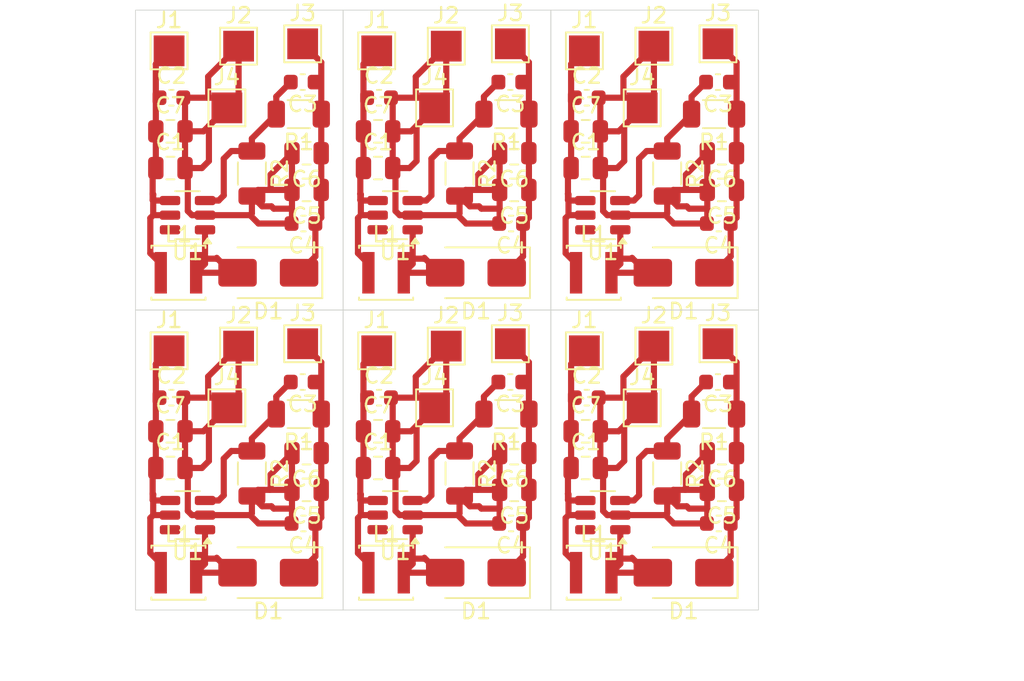
<source format=kicad_pcb>
(kicad_pcb (version 20240108) (generator "pcbnew") (generator_version "8.0")
  (layers (0 "F.Cu" signal) (31 "B.Cu" signal) (34 "B.Paste" user) (35 "F.Paste" user) (36 "B.SilkS" user "B.Silkscreen") (37 "F.SilkS" user "F.Silkscreen") (38 "B.Mask" user) (39 "F.Mask" user) (44 "Edge.Cuts" user))
  (net 0 "")
  (net 1 "GND")
  (net 2 "+3.3V")
  (net 3 "+5V")
  (net 4 "Net-(U1-FB)")
  (net 5 "Net-(D1-A)")
  (footprint "Capacitor_SMD:C_0603_1608Metric" (layer "F.Cu") (at 154.3684 100.6784 180)
    (property "Reference" "C3")
    (property "Value" "100n")
  )
  (footprint "Diode_SMD:D_SMA" (layer "F.Cu") (at 165.6332 93.5736 180)
    (property "Reference" "D1")
    (property "Value" "D_Schottky")
  )
  (footprint "Resistor_SMD:R_1206_3216Metric" (layer "F.Cu") (at 167.6144 83.2612 180)
    (property "Reference" "R1")
    (property "Value" "11k")
  )
  (footprint "Capacitor_SMD:C_0805_2012Metric" (layer "F.Cu") (at 141.1224 105.3012 180)
    (property "Reference" "C6")
    (property "Value" "4u7")
  )
  (footprint "Resistor_SMD:R_1206_3216Metric" (layer "F.Cu") (at 154.1144 83.2612 180)
    (property "Reference" "R1")
    (property "Value" "11k")
  )
  (footprint "Package_TO_SOT_SMD:SOT-23-6" (layer "F.Cu") (at 146.8809 89.8296 180)
    (property "Reference" "U1")
    (property "Value" "MT3608")
  )
  (footprint "Capacitor_SMD:C_0805_2012Metric" (layer "F.Cu") (at 132.2702 106.2664)
    (property "Reference" "C1")
    (property "Value" "4u7")
  )
  (footprint "TestPoint:TestPoint_Pad_2.0x2.0mm" (layer "F.Cu") (at 135.9408 82.8548)
    (property "Reference" "J4")
    (property "Value" "Conn_01x01_Pin")
  )
  (footprint "TestPoint:TestPoint_Pad_2.0x2.0mm" (layer "F.Cu") (at 135.9408 102.3548)
    (property "Reference" "J4")
    (property "Value" "Conn_01x01_Pin")
  )
  (footprint "Package_TO_SOT_SMD:SOT-23-6" (layer "F.Cu") (at 133.3809 89.8296 180)
    (property "Reference" "U1")
    (property "Value" "MT3608")
  )
  (footprint "Capacitor_SMD:C_0805_2012Metric" (layer "F.Cu") (at 141.1224 85.8012 180)
    (property "Reference" "C6")
    (property "Value" "4u7")
  )
  (footprint "Capacitor_SMD:C_0805_2012Metric" (layer "F.Cu") (at 132.2702 86.7664)
    (property "Reference" "C1")
    (property "Value" "4u7")
  )
  (footprint "Capacitor_SMD:C_0603_1608Metric" (layer "F.Cu") (at 132.334 101.6944)
    (property "Reference" "C2")
    (property "Value" "100n")
  )
  (footprint "Capacitor_SMD:C_0603_1608Metric" (layer "F.Cu") (at 140.8684 81.1784 180)
    (property "Reference" "C3")
    (property "Value" "100n")
  )
  (footprint "Capacitor_SMD:C_0603_1608Metric" (layer "F.Cu") (at 154.4192 109.8732 180)
    (property "Reference" "C4")
    (property "Value" "100n")
  )
  (footprint "Capacitor_SMD:C_0603_1608Metric" (layer "F.Cu") (at 167.8684 81.1784 180)
    (property "Reference" "C3")
    (property "Value" "100n")
  )
  (footprint "Capacitor_SMD:C_0805_2012Metric" (layer "F.Cu") (at 154.6224 88.1888 180)
    (property "Reference" "C5")
    (property "Value" "4u7")
  )
  (footprint "Capacitor_SMD:C_0805_2012Metric" (layer "F.Cu") (at 145.7702 86.7664)
    (property "Reference" "C1")
    (property "Value" "4u7")
  )
  (footprint "Capacitor_SMD:C_0603_1608Metric" (layer "F.Cu") (at 154.3684 81.1784 180)
    (property "Reference" "C3")
    (property "Value" "100n")
  )
  (footprint "Capacitor_SMD:C_0805_2012Metric" (layer "F.Cu") (at 168.1224 105.3012 180)
    (property "Reference" "C6")
    (property "Value" "4u7")
  )
  (footprint "TestPoint:TestPoint_Pad_2.0x2.0mm" (layer "F.Cu") (at 149.4408 82.8548)
    (property "Reference" "J4")
    (property "Value" "Conn_01x01_Pin")
  )
  (footprint "Capacitor_SMD:C_0603_1608Metric" (layer "F.Cu") (at 140.9192 109.8732 180)
    (property "Reference" "C4")
    (property "Value" "100n")
  )
  (footprint "TestPoint:TestPoint_Pad_2.0x2.0mm" (layer "F.Cu") (at 145.6816 79.1464)
    (property "Reference" "J1")
    (property "Value" "Conn_01x01_Pin")
  )
  (footprint "Inductor_SMD:L_Changjiang_FNR3015S" (layer "F.Cu") (at 146.2912 93.5736)
    (property "Reference" "L1")
    (property "Value" "4u7, 1A, VLS3015CX-4R7M-1")
  )
  (footprint "Resistor_SMD:R_1206_3216Metric" (layer "F.Cu") (at 140.6144 83.2612 180)
    (property "Reference" "R1")
    (property "Value" "11k")
  )
  (footprint "Capacitor_SMD:C_0805_2012Metric" (layer "F.Cu") (at 132.2702 84.3788)
    (property "Reference" "C7")
    (property "Value" "4u7")
  )
  (footprint "Capacitor_SMD:C_0805_2012Metric" (layer "F.Cu") (at 159.2702 103.8788)
    (property "Reference" "C7")
    (property "Value" "4u7")
  )
  (footprint "TestPoint:TestPoint_Pad_2.0x2.0mm" (layer "F.Cu") (at 145.6816 98.6464)
    (property "Reference" "J1")
    (property "Value" "Conn_01x01_Pin")
  )
  (footprint "Diode_SMD:D_SMA" (layer "F.Cu") (at 165.6332 113.0736 180)
    (property "Reference" "D1")
    (property "Value" "D_Schottky")
  )
  (footprint "TestPoint:TestPoint_Pad_2.0x2.0mm" (layer "F.Cu") (at 140.8684 78.6892)
    (property "Reference" "J3")
    (property "Value" "Conn_01x01_Pin")
  )
  (footprint "Inductor_SMD:L_Changjiang_FNR3015S" (layer "F.Cu") (at 132.7912 93.5736)
    (property "Reference" "L1")
    (property "Value" "4u7, 1A, VLS3015CX-4R7M-1")
  )
  (footprint "TestPoint:TestPoint_Pad_2.0x2.0mm" (layer "F.Cu") (at 150.2028 98.3416)
    (property "Reference" "J2")
    (property "Value" "Conn_01x01_Pin")
  )
  (footprint "Capacitor_SMD:C_0603_1608Metric" (layer "F.Cu") (at 145.834 101.6944)
    (property "Reference" "C2")
    (property "Value" "100n")
  )
  (footprint "TestPoint:TestPoint_Pad_2.0x2.0mm" (layer "F.Cu") (at 162.9408 82.8548)
    (property "Reference" "J4")
    (property "Value" "Conn_01x01_Pin")
  )
  (footprint "Capacitor_SMD:C_0603_1608Metric" (layer "F.Cu") (at 159.334 82.1944)
    (property "Reference" "C2")
    (property "Value" "100n")
  )
  (footprint "TestPoint:TestPoint_Pad_2.0x2.0mm" (layer "F.Cu") (at 163.7028 98.3416)
    (property "Reference" "J2")
    (property "Value" "Conn_01x01_Pin")
  )
  (footprint "Inductor_SMD:L_Changjiang_FNR3015S" (layer "F.Cu") (at 159.7912 113.0736)
    (property "Reference" "L1")
    (property "Value" "4u7, 1A, VLS3015CX-4R7M-1")
  )
  (footprint "Capacitor_SMD:C_0805_2012Metric" (layer "F.Cu") (at 132.2702 103.8788)
    (property "Reference" "C7")
    (property "Value" "4u7")
  )
  (footprint "Capacitor_SMD:C_0805_2012Metric" (layer "F.Cu") (at 159.2702 106.2664)
    (property "Reference" "C1")
    (property "Value" "4u7")
  )
  (footprint "Capacitor_SMD:C_0805_2012Metric" (layer "F.Cu") (at 168.1224 107.6888 180)
    (property "Reference" "C5")
    (property "Value" "4u7")
  )
  (footprint "Capacitor_SMD:C_0805_2012Metric" (layer "F.Cu") (at 145.7702 106.2664)
    (property "Reference" "C1")
    (property "Value" "4u7")
  )
  (footprint "TestPoint:TestPoint_Pad_2.0x2.0mm" (layer "F.Cu") (at 159.1816 98.6464)
    (property "Reference" "J1")
    (property "Value" "Conn_01x01_Pin")
  )
  (footprint "Capacitor_SMD:C_0805_2012Metric" (layer "F.Cu") (at 168.1224 88.1888 180)
    (property "Reference" "C5")
    (property "Value" "4u7")
  )
  (footprint "Diode_SMD:D_SMA" (layer "F.Cu") (at 152.1332 113.0736 180)
    (property "Reference" "D1")
    (property "Value" "D_Schottky")
  )
  (footprint "Diode_SMD:D_SMA" (layer "F.Cu") (at 138.6332 93.5736 180)
    (property "Reference" "D1")
    (property "Value" "D_Schottky")
  )
  (footprint "Resistor_SMD:R_1206_3216Metric" (layer "F.Cu") (at 137.5664 106.622 -90)
    (property "Reference" "R2")
    (property "Value" "1k5")
  )
  (footprint "Capacitor_SMD:C_0603_1608Metric" (layer "F.Cu") (at 145.834 82.1944)
    (property "Reference" "C2")
    (property "Value" "100n")
  )
  (footprint "Capacitor_SMD:C_0805_2012Metric" (layer "F.Cu") (at 159.2702 84.3788)
    (property "Reference" "C7")
    (property "Value" "4u7")
  )
  (footprint "Inductor_SMD:L_Changjiang_FNR3015S" (layer "F.Cu") (at 159.7912 93.5736)
    (property "Reference" "L1")
    (property "Value" "4u7, 1A, VLS3015CX-4R7M-1")
  )
  (footprint "TestPoint:TestPoint_Pad_2.0x2.0mm" (layer "F.Cu") (at 154.3684 78.6892)
    (property "Reference" "J3")
    (property "Value" "Conn_01x01_Pin")
  )
  (footprint "Capacitor_SMD:C_0603_1608Metric" (layer "F.Cu") (at 140.9192 90.3732 180)
    (property "Reference" "C4")
    (property "Value" "100n")
  )
  (footprint "Capacitor_SMD:C_0603_1608Metric" (layer "F.Cu") (at 140.8684 100.6784 180)
    (property "Reference" "C3")
    (property "Value" "100n")
  )
  (footprint "Resistor_SMD:R_1206_3216Metric" (layer "F.Cu") (at 140.6144 102.7612 180)
    (property "Reference" "R1")
    (property "Value" "11k")
  )
  (footprint "Inductor_SMD:L_Changjiang_FNR3015S" (layer "F.Cu") (at 146.2912 113.0736)
    (property "Reference" "L1")
    (property "Value" "4u7, 1A, VLS3015CX-4R7M-1")
  )
  (footprint "Resistor_SMD:R_1206_3216Metric" (layer "F.Cu") (at 164.5664 106.622 -90)
    (property "Reference" "R2")
    (property "Value" "1k5")
  )
  (footprint "Diode_SMD:D_SMA" (layer "F.Cu") (at 152.1332 93.5736 180)
    (property "Reference" "D1")
    (property "Value" "D_Schottky")
  )
  (footprint "TestPoint:TestPoint_Pad_2.0x2.0mm" (layer "F.Cu") (at 132.1816 79.1464)
    (property "Reference" "J1")
    (property "Value" "Conn_01x01_Pin")
  )
  (footprint "Capacitor_SMD:C_0603_1608Metric" (layer "F.Cu") (at 154.4192 90.3732 180)
    (property "Reference" "C4")
    (property "Value" "100n")
  )
  (footprint "Capacitor_SMD:C_0805_2012Metric" (layer "F.Cu") (at 141.1224 107.6888 180)
    (property "Reference" "C5")
    (property "Value" "4u7")
  )
  (footprint "TestPoint:TestPoint_Pad_2.0x2.0mm" (layer "F.Cu") (at 154.3684 98.1892)
    (property "Reference" "J3")
    (property "Value" "Conn_01x01_Pin")
  )
  (footprint "Package_TO_SOT_SMD:SOT-23-6" (layer "F.Cu") (at 146.8809 109.3296 180)
    (property "Reference" "U1")
    (property "Value" "MT3608")
  )
  (footprint "Package_TO_SOT_SMD:SOT-23-6" (layer "F.Cu") (at 133.3809 109.3296 180)
    (property "Reference" "U1")
    (property "Value" "MT3608")
  )
  (footprint "Capacitor_SMD:C_0603_1608Metric" (layer "F.Cu") (at 167.9192 90.3732 180)
    (property "Reference" "C4")
    (property "Value" "100n")
  )
  (footprint "TestPoint:TestPoint_Pad_2.0x2.0mm" (layer "F.Cu") (at 167.8684 78.6892)
    (property "Reference" "J3")
    (property "Value" "Conn_01x01_Pin")
  )
  (footprint "TestPoint:TestPoint_Pad_2.0x2.0mm" (layer "F.Cu") (at 149.4408 102.3548)
    (property "Reference" "J4")
    (property "Value" "Conn_01x01_Pin")
  )
  (footprint "Diode_SMD:D_SMA" (layer "F.Cu") (at 138.6332 113.0736 180)
    (property "Reference" "D1")
    (property "Value" "D_Schottky")
  )
  (footprint "Capacitor_SMD:C_0603_1608Metric" (layer "F.Cu") (at 167.8684 100.6784 180)
    (property "Reference" "C3")
    (property "Value" "100n")
  )
  (footprint "Resistor_SMD:R_1206_3216Metric" (layer "F.Cu") (at 167.6144 102.7612 180)
    (property "Reference" "R1")
    (property "Value" "11k")
  )
  (footprint "TestPoint:TestPoint_Pad_2.0x2.0mm" (layer "F.Cu") (at 163.7028 78.8416)
    (property "Reference" "J2")
    (property "Value" "Conn_01x01_Pin")
  )
  (footprint "Inductor_SMD:L_Changjiang_FNR3015S" (layer "F.Cu") (at 132.7912 113.0736)
    (property "Reference" "L1")
    (property "Value" "4u7, 1A, VLS3015CX-4R7M-1")
  )
  (footprint "Capacitor_SMD:C_0805_2012Metric" (layer "F.Cu") (at 159.2702 86.7664)
    (property "Reference" "C1")
    (property "Value" "4u7")
  )
  (footprint "Capacitor_SMD:C_0805_2012Metric" (layer "F.Cu") (at 154.6224 107.6888 180)
    (property "Reference" "C5")
    (property "Value" "4u7")
  )
  (footprint "TestPoint:TestPoint_Pad_2.0x2.0mm" (layer "F.Cu") (at 150.2028 78.8416)
    (property "Reference" "J2")
    (property "Value" "Conn_01x01_Pin")
  )
  (footprint "Resistor_SMD:R_1206_3216Metric" (layer "F.Cu") (at 151.0664 106.622 -90)
    (property "Reference" "R2")
    (property "Value" "1k5")
  )
  (footprint "Capacitor_SMD:C_0603_1608Metric" (layer "F.Cu") (at 167.9192 109.8732 180)
    (property "Reference" "C4")
    (property "Value" "100n")
  )
  (footprint "Capacitor_SMD:C_0805_2012Metric" (layer "F.Cu") (at 141.1224 88.1888 180)
    (property "Reference" "C5")
    (property "Value" "4u7")
  )
  (footprint "Capacitor_SMD:C_0805_2012Metric" (layer "F.Cu") (at 145.7702 84.3788)
    (property "Reference" "C7")
    (property "Value" "4u7")
  )
  (footprint "TestPoint:TestPoint_Pad_2.0x2.0mm" (layer "F.Cu") (at 167.8684 98.1892)
    (property "Reference" "J3")
    (property "Value" "Conn_01x01_Pin")
  )
  (footprint "Capacitor_SMD:C_0805_2012Metric" (layer "F.Cu") (at 154.6224 85.8012 180)
    (property "Reference" "C6")
    (property "Value" "4u7")
  )
  (footprint "TestPoint:TestPoint_Pad_2.0x2.0mm" (layer "F.Cu") (at 132.1816 98.6464)
    (property "Reference" "J1")
    (property "Value" "Conn_01x01_Pin")
  )
  (footprint "Package_TO_SOT_SMD:SOT-23-6" (layer "F.Cu") (at 160.3809 89.8296 180)
    (property "Reference" "U1")
    (property "Value" "MT3608")
  )
  (footprint "Capacitor_SMD:C_0805_2012Metric" (layer "F.Cu") (at 168.1224 85.8012 180)
    (property "Reference" "C6")
    (property "Value" "4u7")
  )
  (footprint "TestPoint:TestPoint_Pad_2.0x2.0mm" (layer "F.Cu") (at 140.8684 98.1892)
    (property "Reference" "J3")
    (property "Value" "Conn_01x01_Pin")
  )
  (footprint "Resistor_SMD:R_1206_3216Metric" (layer "F.Cu") (at 154.1144 102.7612 180)
    (property "Reference" "R1")
    (property "Value" "11k")
  )
  (footprint "Resistor_SMD:R_1206_3216Metric" (layer "F.Cu") (at 151.0664 87.122 -90)
    (property "Reference" "R2")
    (property "Value" "1k5")
  )
  (footprint "Resistor_SMD:R_1206_3216Metric" (layer "F.Cu") (at 137.5664 87.122 -90)
    (property "Reference" "R2")
    (property "Value" "1k5")
  )
  (footprint "TestPoint:TestPoint_Pad_2.0x2.0mm" (layer "F.Cu") (at 136.7028 78.8416)
    (property "Reference" "J2")
    (property "Value" "Conn_01x01_Pin")
  )
  (footprint "TestPoint:TestPoint_Pad_2.0x2.0mm" (layer "F.Cu") (at 159.1816 79.1464)
    (property "Reference" "J1")
    (property "Value" "Conn_01x01_Pin")
  )
  (footprint "Capacitor_SMD:C_0805_2012Metric" (layer "F.Cu") (at 145.7702 103.8788)
    (property "Reference" "C7")
    (property "Value" "4u7")
  )
  (footprint "Capacitor_SMD:C_0603_1608Metric" (layer "F.Cu") (at 159.334 101.6944)
    (property "Reference" "C2")
    (property "Value" "100n")
  )
  (footprint "TestPoint:TestPoint_Pad_2.0x2.0mm" (layer "F.Cu") (at 136.7028 98.3416)
    (property "Reference" "J2")
    (property "Value" "Conn_01x01_Pin")
  )
  (footprint "TestPoint:TestPoint_Pad_2.0x2.0mm" (layer "F.Cu") (at 162.9408 102.3548)
    (property "Reference" "J4")
    (property "Value" "Conn_01x01_Pin")
  )
  (footprint "Capacitor_SMD:C_0805_2012Metric" (layer "F.Cu") (at 154.6224 105.3012 180)
    (property "Reference" "C6")
    (property "Value" "4u7")
  )
  (footprint "Resistor_SMD:R_1206_3216Metric" (layer "F.Cu") (at 164.5664 87.122 -90)
    (property "Reference" "R2")
    (property "Value" "1k5")
  )
  (footprint "Package_TO_SOT_SMD:SOT-23-6" (layer "F.Cu") (at 160.3809 109.3296 180)
    (property "Reference" "U1")
    (property "Value" "MT3608")
  )
  (footprint "Capacitor_SMD:C_0603_1608Metric" (layer "F.Cu") (at 132.334 82.1944)
    (property "Reference" "C2")
    (property "Value" "100n")
  )
  (gr_rect (start 143.5 96) (end 157 115.5) (stroke (width 0.05)) (fill none) (layer "Edge.Cuts"))
  (gr_rect (start 130 76.5) (end 143.5 96) (stroke (width 0.05)) (fill none) (layer "Edge.Cuts"))
  (gr_rect (start 157 96) (end 170.5 115.5) (stroke (width 0.05)) (fill none) (layer "Edge.Cuts"))
  (gr_rect (start 130 96) (end 143.5 115.5) (stroke (width 0.05)) (fill none) (layer "Edge.Cuts"))
  (gr_rect (start 143.5 76.5) (end 157 96) (stroke (width 0.05)) (fill none) (layer "Edge.Cuts"))
  (gr_rect (start 157 76.5) (end 170.5 96) (stroke (width 0.05)) (fill none) (layer "Edge.Cuts"))
  (segment (start 153.6724 108.908) (end 152.4888 108.908) (width 0.4) (layer "F.Cu") (net 1))
  (segment (start 161.7724 105.8092) (end 161.7724 103.5232) (width 0.4) (layer "F.Cu") (net 1))
  (segment (start 135.2804 82.1944) (end 135.9408 82.8548) (width 0.4) (layer "F.Cu") (net 1))
  (segment (start 148.0184 109.3296) (end 147.17 109.3296) (width 0.4) (layer "F.Cu") (net 1))
  (segment (start 137.5664 109.2128) (end 137.5664 108.0845) (width 0.4) (layer "F.Cu") (net 1))
  (segment (start 160.2202 86.7664) (end 160.2202 82.3056) (width 0.4) (layer "F.Cu") (net 1))
  (segment (start 140.1724 109.845) (end 140.1442 109.8732) (width 0.4) (layer "F.Cu") (net 1))
  (segment (start 152.3364 89.2556) (end 151.7375 89.2556) (width 0.4) (layer "F.Cu") (net 1))
  (segment (start 152.2348 88.1888) (end 151.4621 88.1888) (width 0.4) (layer "F.Cu") (net 1))
  (segment (start 136.7028 78.8416) (end 136.7028 82.0928) (width 0.4) (layer "F.Cu") (net 1))
  (segment (start 134.7216 101.6944) (end 135.2804 101.6944) (width 0.4) (layer "F.Cu") (net 1))
  (segment (start 167.1724 85.8012) (end 165.7856 87.188) (width 0.4) (layer "F.Cu") (net 1))
  (segment (start 153.6724 90.345) (end 153.6442 90.3732) (width 0.4) (layer "F.Cu") (net 1))
  (segment (start 167.1724 108.908) (end 167.1724 109.845) (width 0.4) (layer "F.Cu") (net 1))
  (segment (start 136.7028 101.5928) (end 135.9408 102.3548) (width 0.4) (layer "F.Cu") (net 1))
  (segment (start 150.9496 89.8296) (end 151.0664 89.7128) (width 0.4) (layer "F.Cu") (net 1))
  (segment (start 148.7804 82.1944) (end 149.4408 82.8548) (width 0.4) (layer "F.Cu") (net 1))
  (segment (start 153.6724 105.3012) (end 153.6724 108.908) (width 0.4) (layer "F.Cu") (net 1))
  (segment (start 152.2856 87.188) (end 152.2856 88.138) (width 0.4) (layer "F.Cu") (net 1))
  (segment (start 151.4932 109.8732) (end 150.9496 109.3296) (width 0.4) (layer "F.Cu") (net 1))
  (segment (start 148.2724 103.5232) (end 149.4408 102.3548) (width 0.4) (layer "F.Cu") (net 1))
  (segment (start 133.2202 101.8056) (end 133.109 101.6944) (width 0.4) (layer "F.Cu") (net 1))
  (segment (start 134.7724 105.8092) (end 134.7724 103.5232) (width 0.4) (layer "F.Cu") (net 1))
  (segment (start 137.4496 89.8296) (end 137.5664 89.7128) (width 0.4) (layer "F.Cu") (net 1))
  (segment (start 138.9888 108.908) (end 138.8364 108.7556) (width 0.4) (layer "F.Cu") (net 1))
  (segment (start 138.7856 107.638) (end 138.7348 107.6888) (width 0.4) (layer "F.Cu") (net 1))
  (segment (start 153.6724 107.6888) (end 152.2348 107.6888) (width 0.4) (layer "F.Cu") (net 1))
  (segment (start 167.1724 85.8012) (end 167.1724 89.408) (width 0.4) (layer "F.Cu") (net 1))
  (segment (start 160.2202 106.2664) (end 161.3152 106.2664) (width 0.4) (layer "F.Cu") (net 1))
  (segment (start 137.9932 109.8732) (end 137.4496 109.3296) (width 0.4) (layer "F.Cu") (net 1))
  (segment (start 133.4008 86.947) (end 133.2202 86.7664) (width 0.4) (layer "F.Cu") (net 1))
  (segment (start 153.6442 109.8732) (end 151.4932 109.8732) (width 0.4) (layer "F.Cu") (net 1))
  (segment (start 151.7375 89.2556) (end 151.0664 88.5845) (width 0.4) (layer "F.Cu") (net 1))
  (segment (start 165.2375 108.7556) (end 164.5664 108.0845) (width 0.4) (layer "F.Cu") (net 1))
  (segment (start 148.0184 109.3296) (end 150.9496 109.3296) (width 0.4) (layer "F.Cu") (net 1))
  (segment (start 160.4008 106.447) (end 160.2202 106.2664) (width 0.4) (layer "F.Cu") (net 1))
  (segment (start 146.7202 86.7664) (end 146.7202 82.3056) (width 0.4) (layer "F.Cu") (net 1))
  (segment (start 152.2348 107.6888) (end 151.4621 107.6888) (width 0.4) (layer "F.Cu") (net 1))
  (segment (start 164.5664 109.2128) (end 164.5664 108.0845) (width 0.4) (layer "F.Cu") (net 1))
  (segment (start 163.7028 82.0928) (end 162.9408 82.8548) (width 0.4) (layer "F.Cu") (net 1))
  (segment (start 138.7856 106.688) (end 138.7856 107.638) (width 0.4) (layer "F.Cu") (net 1))
  (segment (start 133.2202 84.3788) (end 134.4168 84.3788) (width 0.4) (layer "F.Cu") (net 1))
  (segment (start 150.2028 98.3416) (end 148.2216 100.3228) (width 0.4) (layer "F.Cu") (net 1))
  (segment (start 134.5184 109.3296) (end 137.4496 109.3296) (width 0.4) (layer "F.Cu") (net 1))
  (segment (start 161.7216 82.1944) (end 162.2804 82.1944) (width 0.4) (layer "F.Cu") (net 1))
  (segment (start 167.1724 109.845) (end 167.1442 109.8732) (width 0.4) (layer "F.Cu") (net 1))
  (segment (start 152.3364 108.7556) (end 151.7375 108.7556) (width 0.4) (layer "F.Cu") (net 1))
  (segment (start 161.5184 89.8296) (end 160.67 89.8296) (width 0.4) (layer "F.Cu") (net 1))
  (segment (start 134.7216 100.3228) (end 134.7216 101.6944) (width 0.4) (layer "F.Cu") (net 1))
  (segment (start 167.1724 108.908) (end 165.9888 108.908) (width 0.4) (layer "F.Cu") (net 1))
  (segment (start 152.4888 108.908) (end 152.3364 108.7556) (width 0.4) (layer "F.Cu") (net 1))
  (segment (start 134.3152 106.2664) (end 134.7724 105.8092) (width 0.4) (layer "F.Cu") (net 1))
  (segment (start 150.2028 98.3416) (end 150.2028 101.5928) (width 0.4) (layer "F.Cu") (net 1))
  (segment (start 146.9008 109.0604) (end 146.9008 106.447) (width 0.4) (layer "F.Cu") (net 1))
  (segment (start 150.2028 82.0928) (end 149.4408 82.8548) (width 0.4) (layer "F.Cu") (net 1))
  (segment (start 161.7216 100.3228) (end 161.7216 101.6944) (width 0.4) (layer "F.Cu") (net 1))
  (segment (start 160.67 109.3296) (end 160.4008 109.0604) (width 0.4) (layer "F.Cu") (net 1))
  (segment (start 137.9621 88.1888) (end 137.5664 88.5845) (width 0.4) (layer "F.Cu") (net 1))
  (segment (start 153.6724 85.8012) (end 153.6724 89.408) (width 0.4) (layer "F.Cu") (net 1))
  (segment (start 137.4496 109.3296) (end 137.5664 109.2128) (width 0.4) (layer "F.Cu") (net 1))
  (segment (start 137.9932 90.3732) (end 137.4496 89.8296) (width 0.4) (layer "F.Cu") (net 1))
  (segment (start 161.4168 103.8788) (end 162.9408 102.3548) (width 0.4) (layer "F.Cu") (net 1))
  (segment (start 133.109 101.6944) (end 134.7216 101.6944) (width 0.4) (layer "F.Cu") (net 1))
  (segment (start 161.7724 86.3092) (end 161.7724 84.0232) (width 0.4) (layer "F.Cu") (net 1))
  (segment (start 162.2804 82.1944) (end 162.9408 82.8548) (width 0.4) (layer "F.Cu") (net 1))
  (segment (start 140.1724 85.8012) (end 140.1724 89.408) (width 0.4) (layer "F.Cu") (net 1))
  (segment (start 140.1724 107.6888) (end 138.7348 107.6888) (width 0.4) (layer "F.Cu") (net 1))
  (segment (start 136.7028 98.3416) (end 136.7028 101.5928) (width 0.4) (layer "F.Cu") (net 1))
  (segment (start 165.7348 88.1888) (end 164.9621 88.1888) (width 0.4) (layer "F.Cu") (net 1))
  (segment (start 138.8364 108.7556) (end 138.2375 108.7556) (width 0.4) (layer "F.Cu") (net 1))
  (segment (start 134.5184 89.8296) (end 133.67 89.8296) (width 0.4) (layer "F.Cu") (net 1))
  (segment (start 165.8364 89.2556) (end 165.2375 89.2556) (width 0.4) (layer "F.Cu") (net 1))
  (segment (start 133.67 109.3296) (end 133.4008 109.0604) (width 0.4) (layer "F.Cu") (net 1))
  (segment (start 140.1724 90.345) (end 140.1442 90.3732) (width 0.4) (layer "F.Cu") (net 1))
  (segment (start 136.7028 98.3416) (end 134.7216 100.3228) (width 0.4) (layer "F.Cu") (net 1))
  (segment (start 137.5664 89.7128) (end 137.5664 88.5845) (width 0.4) (layer "F.Cu") (net 1))
  (segment (start 147.17 109.3296) (end 146.9008 109.0604) (width 0.4) (layer "F.Cu") (net 1))
  (segment (start 140.1724 108.908) (end 140.1724 109.845) (width 0.4) (layer "F.Cu") (net 1))
  (segment (start 164.4496 89.8296) (end 164.5664 89.7128) (width 0.4) (layer "F.Cu") (net 1))
  (segment (start 153.6724 105.3012) (end 152.2856 106.688) (width 0.4) (layer "F.Cu") (net 1))
  (segment (start 134.7216 80.8228) (end 134.7216 82.1944) (width 0.4) (layer "F.Cu") (net 1))
  (segment (start 160.2202 103.8788) (end 161.4168 103.8788) (width 0.4) (layer "F.Cu") (net 1))
  (segment (start 165.9888 108.908) (end 165.8364 108.7556) (width 0.4) (layer "F.Cu") (net 1))
  (segment (start 161.4168 84.3788) (end 162.9408 82.8548) (width 0.4) (layer "F.Cu") (net 1))
  (segment (start 146.7202 84.3788) (end 147.9168 84.3788) (width 0.4) (layer "F.Cu") (net 1))
  (segment (start 137.9621 107.6888) (end 137.5664 108.0845) (width 0.4) (layer "F.Cu") (net 1))
  (segment (start 161.7724 84.0232) (end 162.9408 82.8548) (width 0.4) (layer "F.Cu") (net 1))
  (segment (start 134.4168 84.3788) (end 135.9408 82.8548) (width 0.4) (layer "F.Cu") (net 1))
  (segment (start 160.67 89.8296) (end 160.4008 89.5604) (width 0.4) (layer "F.Cu") (net 1))
  (segment (start 134.7216 82.1944) (end 135.2804 82.1944) (width 0.4) (layer "F.Cu") (net 1))
  (segment (start 153.6724 108.908) (end 153.6724 109.845) (width 0.4) (layer "F.Cu") (net 1))
  (segment (start 153.6724 88.1888) (end 152.2348 88.1888) (width 0.4) (layer "F.Cu") (net 1))
  (segment (start 153.6724 89.408) (end 153.6724 90.345) (width 0.4) (layer "F.Cu") (net 1))
  (segment (start 164.9621 107.6888) (end 164.5664 108.0845) (width 0.4) (layer "F.Cu") (net 1))
  (segment (start 160.2202 86.7664) (end 161.3152 86.7664) (width 0.4) (layer "F.Cu") (net 1))
  (segment (start 160.109 82.1944) (end 161.7216 82.1944) (width 0.4) (layer "F.Cu") (net 1))
  (segment (start 133.4008 89.5604) (end 133.4008 86.947) (width 0.4) (layer "F.Cu") (net 1))
  (segment (start 151.0664 109.2128) (end 151.0664 108.0845) (width 0.4) (layer "F.Cu") (net 1))
  (segment (start 151.4621 107.6888) (end 151.0664 108.0845) (width 0.4) (layer "F.Cu") (net 1))
  (segment (start 148.2724 84.0232) (end 149.4408 82.8548) (width 0.4) (layer "F.Cu") (net 1))
  (segment (start 151.4932 90.3732) (end 150.9496 89.8296) (width 0.4) (layer "F.Cu") (net 1))
  (segment (start 160.2202 82.3056) (end 160.109 82.1944) (width 0.4) (layer "F.Cu") (net 1))
  (segment (start 153.6442 90.3732) (end 151.4932 90.3732) (width 0.4) (layer "F.Cu") (net 1))
  (segment (start 136.7028 78.8416) (end 134.7216 80.8228) (width 0.4) (layer "F.Cu") (net 1))
  (segment (start 147.17 89.8296) (end 146.9008 89.5604) (width 0.4) (layer "F.Cu") (net 1))
  (segment (start 153.6724 89.408) (end 152.4888 89.408) (width 0.4) (layer "F.Cu") (net 1))
  (segment (start 163.7028 98.3416) (end 163.7028 101.5928) (width 0.4) (layer "F.Cu") (net 1))
  (segment (start 146.609 82.1944) (end 148.2216 82.1944) (width 0.4) (layer "F.Cu") (net 1))
  (segment (start 161.3152 106.2664) (end 161.7724 105.8092) (width 0.4) (layer "F.Cu") (net 1))
  (segment (start 138.7348 88.1888) (end 137.9621 88.1888) (width 0.4) (layer "F.Cu") (net 1))
  (segment (start 167.1724 105.3012) (end 167.1724 108.908) (width 0.4) (layer "F.Cu") (net 1))
  (segment (start 161.5184 89.8296) (end 164.4496 89.8296) (width 0.4) (layer "F.Cu") (net 1))
  (segment (start 164.9932 90.3732) (end 164.4496 89.8296) (width 0.4) (layer "F.Cu") (net 1))
  (segment (start 150.9496 109.3296) (end 151.0664 109.2128) (width 0.4) (layer "F.Cu") (net 1))
  (segment (start 167.1724 90.345) (end 167.1442 90.3732) (width 0.4) (layer "F.Cu") (net 1))
  (segment (start 138.7348 107.6888) (end 137.9621 107.6888) (width 0.4) (layer "F.Cu") (net 1))
  (segment (start 140.1724 89.408) (end 140.1724 90.345) (width 0.4) (layer "F.Cu") (net 1))
  (segment (start 165.7856 88.138) (end 165.7348 88.1888) (width 0.4) (layer "F.Cu") (net 1))
  (segment (start 167.1724 89.408) (end 167.1724 90.345) (width 0.4) (layer "F.Cu") (net 1))
  (segment (start 133.4008 109.0604) (end 133.4008 106.447) (width 0.4) (layer "F.Cu") (net 1))
  (segment (start 146.7202 106.2664) (end 147.8152 106.2664) (width 0.4) (layer "F.Cu") (net 1))
  (segment (start 140.1724 105.3012) (end 138.7856 106.688) (width 0.4) (layer "F.Cu") (net 1))
  (segment (start 138.9888 89.408) (end 138.8364 89.2556) (width 0.4) (layer "F.Cu") (net 1))
  (segment (start 133.2202 103.8788) (end 134.4168 103.8788) (width 0.4) (layer "F.Cu") (net 1))
  (segment (start 150.2028 101.5928) (end 149.4408 102.3548) (width 0.4) (layer "F.Cu") (net 1))
  (segment (start 163.7028 78.8416) (end 161.7216 80.8228) (width 0.4) (layer "F.Cu") (net 1))
  (segment (start 167.1724 88.1888) (end 165.7348 88.1888) (width 0.4) (layer "F.Cu") (net 1))
  (segment (start 147.8152 86.7664) (end 148.2724 86.3092) (width 0.4) (layer "F.Cu") (net 1))
  (segment (start 140.1724 105.3012) (end 140.1724 108.908) (width 0.4) (layer "F.Cu") (net 1))
  (segment (start 140.1724 108.908) (end 138.9888 108.908) (width 0.4) (layer "F.Cu") (net 1))
  (segment (start 134.5184 109.3296) (end 133.67 109.3296) (width 0.4) (layer "F.Cu") (net 1))
  (segment (start 146.7202 106.2664) (end 146.7202 101.8056) (width 0.4) (layer "F.Cu") (net 1))
  (segment (start 134.7724 84.0232) (end 135.9408 82.8548) (width 0.4) (layer "F.Cu") (net 1))
  (segment (start 138.2375 89.2556) (end 137.5664 88.5845) (width 0.4) (layer "F.Cu") (net 1))
  (segment (start 163.7028 101.5928) (end 162.9408 102.3548) (width 0.4) (layer "F.Cu") (net 1))
  (segment (start 150.2028 78.8416) (end 148.2216 80.8228) (width 0.4) (layer "F.Cu") (net 1))
  (segment (start 165.8364 108.7556) (end 165.2375 108.7556) (width 0.4) (layer "F.Cu") (net 1))
  (segment (start 135.2804 101.6944) (end 135.9408 102.3548) (width 0.4) (layer "F.Cu") (net 1))
  (segment (start 161.5184 109.3296) (end 164.4496 109.3296) (width 0.4) (layer "F.Cu") (net 1))
  (segment (start 140.1442 90.3732) (end 137.9932 90.3732) (width 0.4) (layer "F.Cu") (net 1))
  (segment (start 133.109 82.1944) (end 134.7216 82.1944) (width 0.4) (layer "F.Cu") (net 1))
  (segment (start 148.2216 101.6944) (end 148.7804 101.6944) (width 0.4) (layer "F.Cu") (net 1))
  (segment (start 152.2856 106.688) (end 152.2856 107.638) (width 0.4) (layer "F.Cu") (net 1))
  (segment (start 167.1442 109.8732) (end 164.9932 109.8732) (width 0.4) (layer "F.Cu") (net 1))
  (segment (start 167.1442 90.3732) (end 164.9932 90.3732) (width 0.4) (layer "F.Cu") (net 1))
  (segment (start 160.2202 106.2664) (end 160.2202 101.8056) (width 0.4) (layer "F.Cu") (net 1))
  (segment (start 148.2216 100.3228) (end 148.2216 101.6944) (width 0.4) (layer "F.Cu") (net 1))
  (segment (start 148.0184 89.8296) (end 150.9496 89.8296) (width 0.4) (layer "F.Cu") (net 1))
  (segment (start 152.2856 88.138) (end 152.2348 88.1888) (width 0.4) (layer "F.Cu") (net 1))
  (segment (start 146.7202 103.8788) (end 147.9168 103.8788) (width 0.4) (layer "F.Cu") (net 1))
  (segment (start 147.8152 106.2664) (end 148.2724 105.8092) (width 0.4) (layer "F.Cu") (net 1))
  (segment (start 148.7804 101.6944) (end 149.4408 102.3548) (width 0.4) (layer "F.Cu") (net 1))
  (segment (start 148.2724 86.3092) (end 148.2724 84.0232) (width 0.4) (layer "F.Cu") (net 1))
  (segment (start 138.7856 88.138) (end 138.7348 88.1888) (width 0.4) (layer "F.Cu") (net 1))
  (segment (start 153.6724 85.8012) (end 152.2856 87.188) (width 0.4) (layer "F.Cu") (net 1))
  (segment (start 167.1724 105.3012) (end 165.7856 106.688) (width 0.4) (layer "F.Cu") (net 1))
  (segment (start 148.2216 82.1944) (end 148.7804 82.1944) (width 0.4) (layer "F.Cu") (net 1))
  (segment (start 146.9008 89.5604) (end 146.9008 86.947) (width 0.4) (layer "F.Cu") (net 1))
  (segment (start 163.7028 98.3416) (end 161.7216 100.3228) (width 0.4) (layer "F.Cu") (net 1))
  (segment (start 148.0184 89.8296) (end 147.17 89.8296) (width 0.4) (layer "F.Cu") (net 1))
  (segment (start 148.2216 80.8228) (end 148.2216 82.1944) (width 0.4) (layer "F.Cu") (net 1))
  (segment (start 146.7202 101.8056) (end 146.609 101.6944) (width 0.4) (layer "F.Cu") (net 1))
  (segment (start 165.7856 106.688) (end 165.7856 107.638) (width 0.4) (layer "F.Cu") (net 1))
  (segment (start 164.9932 109.8732) (end 164.4496 109.3296) (width 0.4) (layer "F.Cu") (net 1))
  (segment (start 160.4008 89.5604) (end 160.4008 86.947) (width 0.4) (layer "F.Cu") (net 1))
  (segment (start 167.1724 107.6888) (end 165.7348 107.6888) (width 0.4) (layer "F.Cu") (net 1))
  (segment (start 134.3152 86.7664) (end 134.7724 86.3092) (width 0.4) (layer "F.Cu") (net 1))
  (segment (start 163.7028 78.8416) (end 163.7028 82.0928) (width 0.4) (layer "F.Cu") (net 1))
  (segment (start 133.4008 106.447) (end 133.2202 106.2664) (width 0.4) (layer "F.Cu") (net 1))
  (segment (start 140.1724 85.8012) (end 138.7856 87.188) (width 0.4) (layer "F.Cu") (net 1))
  (segment (start 161.7216 101.6944) (end 162.2804 101.6944) (width 0.4) (layer "F.Cu") (net 1))
  (segment (start 165.7856 107.638) (end 165.7348 107.6888) (width 0.4) (layer "F.Cu") (net 1))
  (segment (start 140.1442 109.8732) (end 137.9932 109.8732) (width 0.4) (layer "F.Cu") (net 1))
  (segment (start 146.7202 82.3056) (end 146.609 82.1944) (width 0.4) (layer "F.Cu") (net 1))
  (segment (start 146.9008 106.447) (end 146.7202 106.2664) (width 0.4) (layer "F.Cu") (net 1))
  (segment (start 151.0664 89.7128) (end 151.0664 88.5845) (width 0.4) (layer "F.Cu") (net 1))
  (segment (start 148.2724 105.8092) (end 148.2724 103.5232) (width 0.4) (layer "F.Cu") (net 1))
  (segment (start 138.8364 89.2556) (end 138.2375 89.2556) (width 0.4) (layer "F.Cu") (net 1))
  (segment (start 152.2856 107.638) (end 152.2348 107.6888) (width 0.4) (layer "F.Cu") (net 1))
  (segment (start 133.67 89.8296) (end 133.4008 89.5604) (width 0.4) (layer "F.Cu") (net 1))
  (segment (start 161.7216 80.8228) (end 161.7216 82.1944) (width 0.4) (layer "F.Cu") (net 1))
  (segment (start 165.7856 87.188) (end 165.7856 88.138) (width 0.4) (layer "F.Cu") (net 1))
  (segment (start 133.2202 106.2664) (end 133.2202 101.8056) (width 0.4) (layer "F.Cu") (net 1))
  (segment (start 147.9168 103.8788) (end 149.4408 102.3548) (width 0.4) (layer "F.Cu") (net 1))
  (segment (start 140.1724 88.1888) (end 138.7348 88.1888) (width 0.4) (layer "F.Cu") (net 1))
  (segment (start 140.1724 89.408) (end 138.9888 89.408) (width 0.4) (layer "F.Cu") (net 1))
  (segment (start 160.109 101.6944) (end 161.7216 101.6944) (width 0.4) (layer "F.Cu") (net 1))
  (segment (start 133.2202 106.2664) (end 134.3152 106.2664) (width 0.4) (layer "F.Cu") (net 1))
  (segment (start 161.3152 86.7664) (end 161.7724 86.3092) (width 0.4) (layer "F.Cu") (net 1))
  (segment (start 165.2375 89.2556) (end 164.5664 88.5845) (width 0.4) (layer "F.Cu") (net 1))
  (segment (start 160.2202 84.3788) (end 161.4168 84.3788) (width 0.4) (layer "F.Cu") (net 1))
  (segment (start 134.7724 103.5232) (end 135.9408 102.3548) (width 0.4) (layer "F.Cu") (net 1))
  (segment (start 161.5184 109.3296) (end 160.67 109.3296) (width 0.4) (layer "F.Cu") (net 1))
  (segment (start 146.9008 86.947) (end 146.7202 86.7664) (width 0.4) (layer "F.Cu") (net 1))
  (segment (start 146.609 101.6944) (end 148.2216 101.6944) (width 0.4) (layer "F.Cu") (net 1))
  (segment (start 134.7724 86.3092) (end 134.7724 84.0232) (width 0.4) (layer "F.Cu") (net 1))
  (segment (start 152.4888 89.408) (end 152.3364 89.2556) (width 0.4) (layer "F.Cu") (net 1))
  (segment (start 133.2202 82.3056) (end 133.109 82.1944) (width 0.4) (layer "F.Cu") (net 1))
  (segment (start 151.7375 108.7556) (end 151.0664 108.0845) (width 0.4) (layer "F.Cu") (net 1))
  (segment (start 134.5184 89.8296) (end 137.4496 89.8296) (width 0.4) (layer "F.Cu") (net 1))
  (segment (start 136.7028 82.0928) (end 135.9408 82.8548) (width 0.4) (layer "F.Cu") (net 1))
  (segment (start 160.4008 86.947) (end 160.2202 86.7664) (width 0.4) (layer "F.Cu") (net 1))
  (segment (start 133.2202 86.7664) (end 134.3152 86.7664) (width 0.4) (layer "F.Cu") (net 1))
  (segment (start 162.2804 101.6944) (end 162.9408 102.3548) (width 0.4) (layer "F.Cu") (net 1))
  (segment (start 164.4496 109.3296) (end 164.5664 109.2128) (width 0.4) (layer "F.Cu") (net 1))
  (segment (start 164.9621 88.1888) (end 164.5664 88.5845) (width 0.4) (layer "F.Cu") (net 1))
  (segment (start 161.7724 103.5232) (end 162.9408 102.3548) (width 0.4) (layer "F.Cu") (net 1))
  (segment (start 133.2202 86.7664) (end 133.2202 82.3056) (width 0.4) (layer "F.Cu") (net 1))
  (segment (start 160.2202 101.8056) (end 160.109 101.6944) (width 0.4) (layer "F.Cu") (net 1))
  (segment (start 138.2375 108.7556) (end 137.5664 108.0845) (width 0.4) (layer "F.Cu") (net 1))
  (segment (start 147.9168 84.3788) (end 149.4408 82.8548) (width 0.4) (layer "F.Cu") (net 1))
  (segment (start 165.7348 107.6888) (end 164.9621 107.6888) (width 0.4) (layer "F.Cu") (net 1))
  (segment (start 138.7856 87.188) (end 138.7856 88.138) (width 0.4) (layer "F.Cu") (net 1))
  (segment (start 151.4621 88.1888) (end 151.0664 88.5845) (width 0.4) (layer "F.Cu") (net 1))
  (segment (start 165.9888 89.408) (end 165.8364 89.2556) (width 0.4) (layer "F.Cu") (net 1))
  (segment (start 167.1724 89.408) (end 165.9888 89.408) (width 0.4) (layer "F.Cu") (net 1))
  (segment (start 134.4168 103.8788) (end 135.9408 102.3548) (width 0.4) (layer "F.Cu") (net 1))
  (segment (start 146.7202 86.7664) (end 147.8152 86.7664) (width 0.4) (layer "F.Cu") (net 1))
  (segment (start 160.4008 109.0604) (end 160.4008 106.447) (width 0.4) (layer "F.Cu") (net 1))
  (segment (start 164.5664 89.7128) (end 164.5664 88.5845) (width 0.4) (layer "F.Cu") (net 1))
  (segment (start 153.6724 109.845) (end 153.6442 109.8732) (width 0.4) (layer "F.Cu") (net 1))
  (segment (start 150.2028 78.8416) (end 150.2028 82.0928) (width 0.4) (layer "F.Cu") (net 1))
  (segment (start 145.7434 108.3796) (end 144.686 108.3796) (width 0.4) (layer "F.Cu") (net 2))
  (segment (start 159.2434 108.3796) (end 158.186 108.3796) (width 0.4) (layer "F.Cu") (net 2))
  (segment (start 158.1504 88.4784) (end 158.1148 88.4428) (width 0.4) (layer "F.Cu") (net 2))
  (segment (start 130.9624 109.5176) (end 131.1504 109.3296) (width 0.4) (layer "F.Cu") (net 2))
  (segment (start 158.1148 88.4428) (end 158.1148 86.9718) (width 0.4) (layer "F.Cu") (net 2))
  (segment (start 144.4624 92.3036) (end 144.4624 90.0176) (width 0.4) (layer "F.Cu") (net 2))
  (segment (start 145.7434 88.8796) (end 144.686 88.8796) (width 0.4) (layer "F.Cu") (net 2))
  (segment (start 144.8202 86.7664) (end 144.8202 80.0078) (width 0.4) (layer "F.Cu") (net 2))
  (segment (start 144.8202 99.5078) (end 145.6816 98.6464) (width 0.4) (layer "F.Cu") (net 2))
  (segment (start 130.9624 92.3036) (end 130.9624 90.0176) (width 0.4) (layer "F.Cu") (net 2))
  (segment (start 144.4624 111.8036) (end 144.4624 109.5176) (width 0.4) (layer "F.Cu") (net 2))
  (segment (start 144.6656 88.9) (end 144.6148 88.8492) (width 0.4) (layer "F.Cu") (net 2))
  (segment (start 157.9624 92.3036) (end 157.9624 90.0176) (width 0.4) (layer "F.Cu") (net 2))
  (segment (start 145.1412 92.9824) (end 144.4624 92.3036) (width 0.4) (layer "F.Cu") (net 2))
  (segment (start 157.9624 109.5176) (end 158.1504 109.3296) (width 0.4) (layer "F.Cu") (net 2))
  (segment (start 131.186 108.3796) (end 131.1656 108.4) (width 0.4) (layer "F.Cu") (net 2))
  (segment (start 131.1504 107.9784) (end 131.1148 107.9428) (width 0.4) (layer "F.Cu") (net 2))
  (segment (start 131.1148 106.4718) (end 131.3202 106.2664) (width 0.4) (layer "F.Cu") (net 2))
  (segment (start 131.6412 93.5736) (end 131.6412 92.9824) (width 0.4) (layer "F.Cu") (net 2))
  (segment (start 131.1148 88.4428) (end 131.1148 86.9718) (width 0.4) (layer "F.Cu") (net 2))
  (segment (start 158.6412 112.4824) (end 157.9624 111.8036) (width 0.4) (layer "F.Cu") (net 2))
  (segment (start 145.1412 93.5736) (end 145.1412 92.9824) (width 0.4) (layer "F.Cu") (net 2))
  (segment (start 159.2434 88.8796) (end 158.186 88.8796) (width 0.4) (layer "F.Cu") (net 2))
  (segment (start 131.6412 92.9824) (end 130.9624 92.3036) (width 0.4) (layer "F.Cu") (net 2))
  (segment (start 158.1148 108.3492) (end 158.1148 107.9428) (width 0.4) (layer "F.Cu") (net 2))
  (segment (start 158.6412 113.0736) (end 158.6412 112.4824) (width 0.4) (layer "F.Cu") (net 2))
  (segment (start 144.6148 108.3492) (end 144.6148 107.9428) (width 0.4) (layer "F.Cu") (net 2))
  (segment (start 132.2434 88.8796) (end 131.186 88.8796) (width 0.4) (layer "F.Cu") (net 2))
  (segment (start 132.2434 108.3796) (end 131.186 108.3796) (width 0.4) (layer "F.Cu") (net 2))
  (segment (start 158.6412 92.9824) (end 157.9624 92.3036) (width 0.4) (layer "F.Cu") (net 2))
  (segment (start 144.4624 109.5176) (end 144.6504 109.3296) (width 0.4) (layer "F.Cu") (net 2))
  (segment (start 144.6148 88.8492) (end 144.6148 88.4428) (width 0.4) (layer "F.Cu") (net 2))
  (segment (start 158.3202 80.0078) (end 159.1816 79.1464) (width 0.4) (layer "F.Cu") (net 2))
  (segment (start 144.4624 90.0176) (end 144.6504 89.8296) (width 0.4) (layer "F.Cu") (net 2))
  (segment (start 131.1148 108.3492) (end 131.1148 107.9428) (width 0.4) (layer "F.Cu") (net 2))
  (segment (start 158.1504 89.8296) (end 158.1504 88.4784) (width 0.4) (layer "F.Cu") (net 2))
  (segment (start 131.6412 112.4824) (end 130.9624 111.8036) (width 0.4) (layer "F.Cu") (net 2))
  (segment (start 158.1656 108.4) (end 158.1148 108.3492) (width 0.4) (layer "F.Cu") (net 2))
  (segment (start 158.6412 93.5736) (end 158.6412 92.9824) (width 0.4) (layer "F.Cu") (net 2))
  (segment (start 131.186 88.8796) (end 131.1656 88.9) (width 0.4) (layer "F.Cu") (net 2))
  (segment (start 158.3202 99.5078) (end 159.1816 98.6464) (width 0.4) (layer "F.Cu") (net 2))
  (segment (start 131.1656 88.9) (end 131.1148 88.8492) (width 0.4) (layer "F.Cu") (net 2))
  (segment (start 144.686 88.8796) (end 144.6656 88.9) (width 0.4) (layer "F.Cu") (net 2))
  (segment (start 131.1504 109.3296) (end 131.1504 107.9784) (width 0.4) (layer "F.Cu") (net 2))
  (segment (start 131.1504 88.4784) (end 131.1148 88.4428) (width 0.4) (layer "F.Cu") (net 2))
  (segment (start 131.3202 106.2664) (end 131.3202 99.5078) (width 0.4) (layer "F.Cu") (net 2))
  (segment (start 131.1148 88.8492) (end 131.1148 88.4428) (width 0.4) (layer "F.Cu") (net 2))
  (segment (start 158.1148 88.8492) (end 158.1148 88.4428) (width 0.4) (layer "F.Cu") (net 2))
  (segment (start 158.1504 109.3296) (end 158.1504 107.9784) (width 0.4) (layer "F.Cu") (net 2))
  (segment (start 158.1656 88.9) (end 158.1148 88.8492) (width 0.4) (layer "F.Cu") (net 2))
  (segment (start 144.6656 108.4) (end 144.6148 108.3492) (width 0.4) (layer "F.Cu") (net 2))
  (segment (start 158.186 88.8796) (end 158.1656 88.9) (width 0.4) (layer "F.Cu") (net 2))
  (segment (start 131.1148 107.9428) (end 131.1148 106.4718) (width 0.4) (layer "F.Cu") (net 2))
  (segment (start 158.1504 107.9784) (end 158.1148 107.9428) (width 0.4) (layer "F.Cu") (net 2))
  (segment (start 145.1412 113.0736) (end 145.1412 112.4824) (width 0.4) (layer "F.Cu") (net 2))
  (segment (start 158.3202 86.7664) (end 158.3202 80.0078) (width 0.4) (layer "F.Cu") (net 2))
  (segment (start 158.3202 106.2664) (end 158.3202 99.5078) (width 0.4) (layer "F.Cu") (net 2))
  (segment (start 158.1504 89.8296) (end 159.2434 89.8296) (width 0.4) (layer "F.Cu") (net 2))
  (segment (start 144.6504 109.3296) (end 145.7434 109.3296) (width 0.4) (layer "F.Cu") (net 2))
  (segment (start 131.1656 108.4) (end 131.1148 108.3492) (width 0.4) (layer "F.Cu") (net 2))
  (segment (start 131.1504 109.3296) (end 132.2434 109.3296) (width 0.4) (layer "F.Cu") (net 2))
  (segment (start 131.3202 99.5078) (end 132.1816 98.6464) (width 0.4) (layer "F.Cu") (net 2))
  (segment (start 144.686 108.3796) (end 144.6656 108.4) (width 0.4) (layer "F.Cu") (net 2))
  (segment (start 158.1148 107.9428) (end 158.1148 106.4718) (width 0.4) (layer "F.Cu") (net 2))
  (segment (start 144.8202 106.2664) (end 144.8202 99.5078) (width 0.4) (layer "F.Cu") (net 2))
  (segment (start 144.6148 88.4428) (end 144.6148 86.9718) (width 0.4) (layer "F.Cu") (net 2))
  (segment (start 131.3202 86.7664) (end 131.3202 80.0078) (width 0.4) (layer "F.Cu") (net 2))
  (segment (start 131.3202 80.0078) (end 132.1816 79.1464) (width 0.4) (layer "F.Cu") (net 2))
  (segment (start 144.6148 107.9428) (end 144.6148 106.4718) (width 0.4) (layer "F.Cu") (net 2))
  (segment (start 144.6504 89.8296) (end 145.7434 89.8296) (width 0.4) (layer "F.Cu") (net 2))
  (segment (start 158.1504 109.3296) (end 159.2434 109.3296) (width 0.4) (layer "F.Cu") (net 2))
  (segment (start 158.186 108.3796) (end 158.1656 108.4) (width 0.4) (layer "F.Cu") (net 2))
  (segment (start 131.1148 86.9718) (end 131.3202 86.7664) (width 0.4) (layer "F.Cu") (net 2))
  (segment (start 144.6504 88.4784) (end 144.6148 88.4428) (width 0.4) (layer "F.Cu") (net 2))
  (segment (start 130.9624 90.0176) (end 131.1504 89.8296) (width 0.4) (layer "F.Cu") (net 2))
  (segment (start 131.1504 89.8296) (end 132.2434 89.8296) (width 0.4) (layer "F.Cu") (net 2))
  (segment (start 144.6504 107.9784) (end 144.6148 107.9428) (width 0.4) (layer "F.Cu") (net 2))
  (segment (start 157.9624 90.0176) (end 158.1504 89.8296) (width 0.4) (layer "F.Cu") (net 2))
  (segment (start 144.6504 109.3296) (end 144.6504 107.9784) (width 0.4) (layer "F.Cu") (net 2))
  (segment (start 144.6504 89.8296) (end 144.6504 88.4784) (width 0.4) (layer "F.Cu") (net 2))
  (segment (start 130.9624 111.8036) (end 130.9624 109.5176) (width 0.4) (layer "F.Cu") (net 2))
  (segment (start 131.1504 89.8296) (end 131.1504 88.4784) (width 0.4) (layer "F.Cu") (net 2))
  (segment (start 158.1148 86.9718) (end 158.3202 86.7664) (width 0.4) (layer "F.Cu") (net 2))
  (segment (start 157.9624 111.8036) (end 157.9624 109.5176) (width 0.4) (layer "F.Cu") (net 2))
  (segment (start 131.6412 113.0736) (end 131.6412 112.4824) (width 0.4) (layer "F.Cu") (net 2))
  (segment (start 144.6148 106.4718) (end 144.8202 106.2664) (width 0.4) (layer "F.Cu") (net 2))
  (segment (start 144.8202 80.0078) (end 145.6816 79.1464) (width 0.4) (layer "F.Cu") (net 2))
  (segment (start 158.1148 106.4718) (end 158.3202 106.2664) (width 0.4) (layer "F.Cu") (net 2))
  (segment (start 144.6148 86.9718) (end 144.8202 86.7664) (width 0.4) (layer "F.Cu") (net 2))
  (segment (start 145.1412 112.4824) (end 144.4624 111.8036) (width 0.4) (layer "F.Cu") (net 2))
  (segment (start 168.6942 112.0126) (end 167.6332 113.0736) (width 0.4) (layer "F.Cu") (net 3))
  (segment (start 141.6942 92.5126) (end 140.6332 93.5736) (width 0.4) (layer "F.Cu") (net 3))
  (segment (start 169.0769 99.3977) (end 167.8684 98.1892) (width 0.4) (layer "F.Cu") (net 3))
  (segment (start 155.5769 109.4905) (end 155.1942 109.8732) (width 0.4) (layer "F.Cu") (net 3))
  (segment (start 142.0769 102.7612) (end 142.0769 99.3977) (width 0.4) (layer "F.Cu") (net 3))
  (segment (start 142.0769 89.9905) (end 141.6942 90.3732) (width 0.4) (layer "F.Cu") (net 3))
  (segment (start 155.1942 90.3732) (end 155.1942 92.5126) (width 0.4) (layer "F.Cu") (net 3))
  (segment (start 169.0769 89.9905) (end 168.6942 90.3732) (width 0.4) (layer "F.Cu") (net 3))
  (segment (start 142.0769 102.7612) (end 142.0769 109.4905) (width 0.4) (layer "F.Cu") (net 3))
  (segment (start 168.6942 92.5126) (end 167.6332 93.5736) (width 0.4) (layer "F.Cu") (net 3))
  (segment (start 168.6942 90.3732) (end 168.6942 92.5126) (width 0.4) (layer "F.Cu") (net 3))
  (segment (start 155.1942 112.0126) (end 154.1332 113.0736) (width 0.4) (layer "F.Cu") (net 3))
  (segment (start 155.1942 109.8732) (end 155.1942 112.0126) (width 0.4) (layer "F.Cu") (net 3))
  (segment (start 169.0769 102.7612) (end 169.0769 109.4905) (width 0.4) (layer "F.Cu") (net 3))
  (segment (start 141.6942 112.0126) (end 140.6332 113.0736) (width 0.4) (layer "F.Cu") (net 3))
  (segment (start 155.5769 83.2612) (end 155.5769 79.8977) (width 0.4) (layer "F.Cu") (net 3))
  (segment (start 142.0769 109.4905) (end 141.6942 109.8732) (width 0.4) (layer "F.Cu") (net 3))
  (segment (start 169.0769 83.2612) (end 169.0769 79.8977) (width 0.4) (layer "F.Cu") (net 3))
  (segment (start 155.5769 102.7612) (end 155.5769 99.3977) (width 0.4) (layer "F.Cu") (net 3))
  (segment (start 141.6942 90.3732) (end 141.6942 92.5126) (width 0.4) (layer "F.Cu") (net 3))
  (segment (start 155.1942 92.5126) (end 154.1332 93.5736) (width 0.4) (layer "F.Cu") (net 3))
  (segment (start 169.0769 83.2612) (end 169.0769 89.9905) (width 0.4) (layer "F.Cu") (net 3))
  (segment (start 155.5769 79.8977) (end 154.3684 78.6892) (width 0.4) (layer "F.Cu") (net 3))
  (segment (start 142.0769 83.2612) (end 142.0769 79.8977) (width 0.4) (layer "F.Cu") (net 3))
  (segment (start 141.6942 109.8732) (end 141.6942 112.0126) (width 0.4) (layer "F.Cu") (net 3))
  (segment (start 155.5769 89.9905) (end 155.1942 90.3732) (width 0.4) (layer "F.Cu") (net 3))
  (segment (start 155.5769 99.3977) (end 154.3684 98.1892) (width 0.4) (layer "F.Cu") (net 3))
  (segment (start 169.0769 109.4905) (end 168.6942 109.8732) (width 0.4) (layer "F.Cu") (net 3))
  (segment (start 155.5769 83.2612) (end 155.5769 89.9905) (width 0.4) (layer "F.Cu") (net 3))
  (segment (start 168.6942 109.8732) (end 168.6942 112.0126) (width 0.4) (layer "F.Cu") (net 3))
  (segment (start 169.0769 79.8977) (end 167.8684 78.6892) (width 0.4) (layer "F.Cu") (net 3))
  (segment (start 169.0769 102.7612) (end 169.0769 99.3977) (width 0.4) (layer "F.Cu") (net 3))
  (segment (start 155.5769 102.7612) (end 155.5769 109.4905) (width 0.4) (layer "F.Cu") (net 3))
  (segment (start 142.0769 83.2612) (end 142.0769 89.9905) (width 0.4) (layer "F.Cu") (net 3))
  (segment (start 142.0769 99.3977) (end 140.8684 98.1892) (width 0.4) (layer "F.Cu") (net 3))
  (segment (start 142.0769 79.8977) (end 140.8684 78.6892) (width 0.4) (layer "F.Cu") (net 3))
  (segment (start 152.6519 83.2612) (end 152.6519 82.1199) (width 0.4) (layer "F.Cu") (net 4))
  (segment (start 149.2376 108.0444) (end 149.2376 105.6568) (width 0.4) (layer "F.Cu") (net 4))
  (segment (start 149.7349 85.6595) (end 151.0664 85.6595) (width 0.4) (layer "F.Cu") (net 4))
  (segment (start 137.5664 104.3467) (end 139.1519 102.7612) (width 0.4) (layer "F.Cu") (net 4))
  (segment (start 136.2349 85.6595) (end 137.5664 85.6595) (width 0.4) (layer "F.Cu") (net 4))
  (segment (start 135.7376 108.0444) (end 135.7376 105.6568) (width 0.4) (layer "F.Cu") (net 4))
  (segment (start 166.1519 82.1199) (end 167.0934 81.1784) (width 0.4) (layer "F.Cu") (net 4))
  (segment (start 135.4024 88.8796) (end 135.7376 88.5444) (width 0.4) (layer "F.Cu") (net 4))
  (segment (start 162.4024 88.8796) (end 162.7376 88.5444) (width 0.4) (layer "F.Cu") (net 4))
  (segment (start 149.2376 105.6568) (end 149.7349 105.1595) (width 0.4) (layer "F.Cu") (net 4))
  (segment (start 152.6519 102.7612) (end 152.6519 101.6199) (width 0.4) (layer "F.Cu") (net 4))
  (segment (start 164.5664 84.8467) (end 166.1519 83.2612) (width 0.4) (layer "F.Cu") (net 4))
  (segment (start 164.5664 104.3467) (end 166.1519 102.7612) (width 0.4) (layer "F.Cu") (net 4))
  (segment (start 151.0664 84.8467) (end 152.6519 83.2612) (width 0.4) (layer "F.Cu") (net 4))
  (segment (start 134.5184 108.3796) (end 135.4024 108.3796) (width 0.4) (layer "F.Cu") (net 4))
  (segment (start 137.5664 105.1595) (end 137.5664 104.3467) (width 0.4) (layer "F.Cu") (net 4))
  (segment (start 164.5664 105.1595) (end 164.5664 104.3467) (width 0.4) (layer "F.Cu") (net 4))
  (segment (start 161.5184 108.3796) (end 162.4024 108.3796) (width 0.4) (layer "F.Cu") (net 4))
  (segment (start 139.1519 101.6199) (end 140.0934 100.6784) (width 0.4) (layer "F.Cu") (net 4))
  (segment (start 152.6519 82.1199) (end 153.5934 81.1784) (width 0.4) (layer "F.Cu") (net 4))
  (segment (start 148.0184 88.8796) (end 148.9024 88.8796) (width 0.4) (layer "F.Cu") (net 4))
  (segment (start 135.4024 108.3796) (end 135.7376 108.0444) (width 0.4) (layer "F.Cu") (net 4))
  (segment (start 149.2376 88.5444) (end 149.2376 86.1568) (width 0.4) (layer "F.Cu") (net 4))
  (segment (start 152.6519 101.6199) (end 153.5934 100.6784) (width 0.4) (layer "F.Cu") (net 4))
  (segment (start 166.1519 102.7612) (end 166.1519 101.6199) (width 0.4) (layer "F.Cu") (net 4))
  (segment (start 163.2349 85.6595) (end 164.5664 85.6595) (width 0.4) (layer "F.Cu") (net 4))
  (segment (start 162.4024 108.3796) (end 162.7376 108.0444) (width 0.4) (layer "F.Cu") (net 4))
  (segment (start 148.9024 88.8796) (end 149.2376 88.5444) (width 0.4) (layer "F.Cu") (net 4))
  (segment (start 164.5664 85.6595) (end 164.5664 84.8467) (width 0.4) (layer "F.Cu") (net 4))
  (segment (start 135.7376 88.5444) (end 135.7376 86.1568) (width 0.4) (layer "F.Cu") (net 4))
  (segment (start 166.1519 101.6199) (end 167.0934 100.6784) (width 0.4) (layer "F.Cu") (net 4))
  (segment (start 151.0664 85.6595) (end 151.0664 84.8467) (width 0.4) (layer "F.Cu") (net 4))
  (segment (start 161.5184 88.8796) (end 162.4024 88.8796) (width 0.4) (layer "F.Cu") (net 4))
  (segment (start 162.7376 105.6568) (end 163.2349 105.1595) (width 0.4) (layer "F.Cu") (net 4))
  (segment (start 137.5664 84.8467) (end 139.1519 83.2612) (width 0.4) (layer "F.Cu") (net 4))
  (segment (start 162.7376 86.1568) (end 163.2349 85.6595) (width 0.4) (layer "F.Cu") (net 4))
  (segment (start 148.9024 108.3796) (end 149.2376 108.0444) (width 0.4) (layer "F.Cu") (net 4))
  (segment (start 139.1519 102.7612) (end 139.1519 101.6199) (width 0.4) (layer "F.Cu") (net 4))
  (segment (start 137.5664 85.6595) (end 137.5664 84.8467) (width 0.4) (layer "F.Cu") (net 4))
  (segment (start 148.0184 108.3796) (end 148.9024 108.3796) (width 0.4) (layer "F.Cu") (net 4))
  (segment (start 136.2349 105.1595) (end 137.5664 105.1595) (width 0.4) (layer "F.Cu") (net 4))
  (segment (start 139.1519 83.2612) (end 139.1519 82.1199) (width 0.4) (layer "F.Cu") (net 4))
  (segment (start 149.2376 86.1568) (end 149.7349 85.6595) (width 0.4) (layer "F.Cu") (net 4))
  (segment (start 151.0664 104.3467) (end 152.6519 102.7612) (width 0.4) (layer "F.Cu") (net 4))
  (segment (start 149.7349 105.1595) (end 151.0664 105.1595) (width 0.4) (layer "F.Cu") (net 4))
  (segment (start 151.0664 105.1595) (end 151.0664 104.3467) (width 0.4) (layer "F.Cu") (net 4))
  (segment (start 166.1519 83.2612) (end 166.1519 82.1199) (width 0.4) (layer "F.Cu") (net 4))
  (segment (start 162.7376 88.5444) (end 162.7376 86.1568) (width 0.4) (layer "F.Cu") (net 4))
  (segment (start 134.5184 88.8796) (end 135.4024 88.8796) (width 0.4) (layer "F.Cu") (net 4))
  (segment (start 163.2349 105.1595) (end 164.5664 105.1595) (width 0.4) (layer "F.Cu") (net 4))
  (segment (start 135.7376 105.6568) (end 136.2349 105.1595) (width 0.4) (layer "F.Cu") (net 4))
  (segment (start 135.7376 86.1568) (end 136.2349 85.6595) (width 0.4) (layer "F.Cu") (net 4))
  (segment (start 139.1519 82.1199) (end 140.0934 81.1784) (width 0.4) (layer "F.Cu") (net 4))
  (segment (start 162.7376 108.0444) (end 162.7376 105.6568) (width 0.4) (layer "F.Cu") (net 4))
  (segment (start 163.2456 113.0736) (end 162.2804 112.1084) (width 0.4) (layer "F.Cu") (net 5))
  (segment (start 136.6332 93.5736) (end 136.2456 93.5736) (width 0.4) (layer "F.Cu") (net 5))
  (segment (start 161.5184 90.7796) (end 161.5184 92.6592) (width 0.4) (layer "F.Cu") (net 5))
  (segment (start 163.6332 113.0736) (end 163.2456 113.0736) (width 0.4) (layer "F.Cu") (net 5))
  (segment (start 161.5184 92.9964) (end 160.9412 93.5736) (width 0.4) (layer "F.Cu") (net 5))
  (segment (start 133.9412 113.0736) (end 136.6332 113.0736) (width 0.4) (layer "F.Cu") (net 5))
  (segment (start 161.5184 112.4964) (end 160.9412 113.0736) (width 0.4) (layer "F.Cu") (net 5))
  (segment (start 148.0184 92.9964) (end 147.4412 93.5736) (width 0.4) (layer "F.Cu") (net 5))
  (segment (start 136.6332 113.0736) (end 136.2456 113.0736) (width 0.4) (layer "F.Cu") (net 5))
  (segment (start 150.1332 93.5736) (end 149.7456 93.5736) (width 0.4) (layer "F.Cu") (net 5))
  (segment (start 147.4412 93.5736) (end 150.1332 93.5736) (width 0.4) (layer "F.Cu") (net 5))
  (segment (start 162.2804 92.6084) (end 162.2296 92.6592) (width 0.4) (layer "F.Cu") (net 5))
  (segment (start 136.2456 93.5736) (end 135.2804 92.6084) (width 0.4) (layer "F.Cu") (net 5))
  (segment (start 148.7804 92.6084) (end 148.7296 92.6592) (width 0.4) (layer "F.Cu") (net 5))
  (segment (start 163.6332 93.5736) (end 163.2456 93.5736) (width 0.4) (layer "F.Cu") (net 5))
  (segment (start 148.7296 92.6592) (end 148.0184 92.6592) (width 0.4) (layer "F.Cu") (net 5))
  (segment (start 135.2296 112.1592) (end 134.5184 112.1592) (width 0.4) (layer "F.Cu") (net 5))
  (segment (start 134.5184 110.2796) (end 134.5184 112.1592) (width 0.4) (layer "F.Cu") (net 5))
  (segment (start 135.2804 112.1084) (end 135.2296 112.1592) (width 0.4) (layer "F.Cu") (net 5))
  (segment (start 162.2296 92.6592) (end 161.5184 92.6592) (width 0.4) (layer "F.Cu") (net 5))
  (segment (start 148.0184 90.7796) (end 148.0184 92.6592) (width 0.4) (layer "F.Cu") (net 5))
  (segment (start 160.9412 93.5736) (end 163.6332 93.5736) (width 0.4) (layer "F.Cu") (net 5))
  (segment (start 148.0184 92.6592) (end 148.0184 92.9964) (width 0.4) (layer "F.Cu") (net 5))
  (segment (start 134.5184 92.6592) (end 134.5184 92.9964) (width 0.4) (layer "F.Cu") (net 5))
  (segment (start 161.5184 112.1592) (end 161.5184 112.4964) (width 0.4) (layer "F.Cu") (net 5))
  (segment (start 135.2804 92.6084) (end 135.2296 92.6592) (width 0.4) (layer "F.Cu") (net 5))
  (segment (start 148.0184 112.1592) (end 148.0184 112.4964) (width 0.4) (layer "F.Cu") (net 5))
  (segment (start 148.7804 112.1084) (end 148.7296 112.1592) (width 0.4) (layer "F.Cu") (net 5))
  (segment (start 161.5184 92.6592) (end 161.5184 92.9964) (width 0.4) (layer "F.Cu") (net 5))
  (segment (start 134.5184 112.1592) (end 134.5184 112.4964) (width 0.4) (layer "F.Cu") (net 5))
  (segment (start 134.5184 90.7796) (end 134.5184 92.6592) (width 0.4) (layer "F.Cu") (net 5))
  (segment (start 147.4412 113.0736) (end 150.1332 113.0736) (width 0.4) (layer "F.Cu") (net 5))
  (segment (start 162.2296 112.1592) (end 161.5184 112.1592) (width 0.4) (layer "F.Cu") (net 5))
  (segment (start 136.2456 113.0736) (end 135.2804 112.1084) (width 0.4) (layer "F.Cu") (net 5))
  (segment (start 160.9412 113.0736) (end 163.6332 113.0736) (width 0.4) (layer "F.Cu") (net 5))
  (segment (start 148.0184 110.2796) (end 148.0184 112.1592) (width 0.4) (layer "F.Cu") (net 5))
  (segment (start 134.5184 92.9964) (end 133.9412 93.5736) (width 0.4) (layer "F.Cu") (net 5))
  (segment (start 150.1332 113.0736) (end 149.7456 113.0736) (width 0.4) (layer "F.Cu") (net 5))
  (segment (start 135.2296 92.6592) (end 134.5184 92.6592) (width 0.4) (layer "F.Cu") (net 5))
  (segment (start 149.7456 113.0736) (end 148.7804 112.1084) (width 0.4) (layer "F.Cu") (net 5))
  (segment (start 133.9412 93.5736) (end 136.6332 93.5736) (width 0.4) (layer "F.Cu") (net 5))
  (segment (start 134.5184 112.4964) (end 133.9412 113.0736) (width 0.4) (layer "F.Cu") (net 5))
  (segment (start 148.7296 112.1592) (end 148.0184 112.1592) (width 0.4) (layer "F.Cu") (net 5))
  (segment (start 149.7456 93.5736) (end 148.7804 92.6084) (width 0.4) (layer "F.Cu") (net 5))
  (segment (start 148.0184 112.4964) (end 147.4412 113.0736) (width 0.4) (layer "F.Cu") (net 5))
  (segment (start 163.2456 93.5736) (end 162.2804 92.6084) (width 0.4) (layer "F.Cu") (net 5))
  (segment (start 162.2804 112.1084) (end 162.2296 112.1592) (width 0.4) (layer "F.Cu") (net 5))
  (segment (start 161.5184 110.2796) (end 161.5184 112.1592) (width 0.4) (layer "F.Cu") (net 5))
)
</source>
